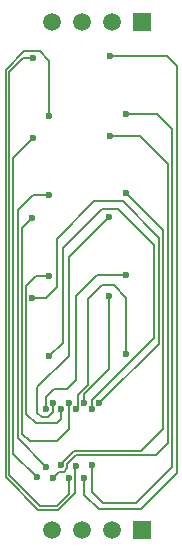
<source format=gbl>
%FSLAX44Y44*%
%MOMM*%
G71*
G01*
G75*
G04 Layer_Physical_Order=2*
G04 Layer_Color=16711680*
%ADD10R,0.8000X0.9000*%
%ADD11C,1.0000*%
%ADD12R,1.0000X0.7250*%
%ADD13R,0.6000X1.3500*%
%ADD14R,0.4000X1.3500*%
%ADD15C,0.5000*%
%ADD16C,0.2000*%
%ADD17C,0.2540*%
%ADD18R,1.5000X1.5000*%
%ADD19C,1.5000*%
%ADD20C,0.6000*%
D16*
X537460Y1111470D02*
X553750Y1127760D01*
X537460Y860700D02*
Y1111470D01*
Y860700D02*
X557420Y840740D01*
X534160Y842460D02*
X560010Y816610D01*
X534160Y842460D02*
Y1184400D01*
X546070Y1196310D01*
X530860Y1185797D02*
X546673Y1201610D01*
X530860Y841093D02*
Y1185797D01*
Y841093D02*
X558643Y813310D01*
X541020Y1066800D02*
X553720Y1079500D01*
X541020Y873760D02*
Y1066800D01*
Y873760D02*
X564920Y849860D01*
X548130Y894590D02*
X556260Y886460D01*
X548130Y894590D02*
Y1002790D01*
X556260Y1010920D01*
X544830Y1051560D02*
X553502Y1060232D01*
X544830Y877570D02*
Y1051560D01*
Y877570D02*
X551180Y871220D01*
X574040Y886460D02*
X577920Y890340D01*
X556260Y886460D02*
X574040D01*
X571420Y896540D02*
Y904160D01*
X566420Y891540D02*
X571420Y896540D01*
X561340Y891540D02*
X566420D01*
X557530Y895350D02*
X561340Y891540D01*
X557530Y895350D02*
Y916940D01*
X584200Y943610D01*
X667170Y1197190D02*
X675640Y1188720D01*
Y844550D02*
Y1188720D01*
X645160Y814070D02*
X675640Y844550D01*
X659130Y1148080D02*
X671830Y1135380D01*
Y849630D02*
Y1135380D01*
X641350Y819150D02*
X671830Y849630D01*
X644310Y1129880D02*
X668020Y1106170D01*
Y869950D02*
Y1106170D01*
X657860Y859790D02*
X668020Y869950D01*
X629920Y1074420D02*
X660910Y1043430D01*
Y953910D02*
Y1043430D01*
X610420Y903420D02*
X660910Y953910D01*
X633240Y1081260D02*
X664210Y1050290D01*
Y881380D02*
Y1050290D01*
X645920Y863090D02*
X664210Y881380D01*
X584200Y943610D02*
Y1027085D01*
X564920Y898930D02*
Y909090D01*
X571500Y915670D01*
X582930D01*
X590550Y923290D01*
X590920Y898790D02*
X592120Y899990D01*
Y910477D01*
X600710Y919067D01*
X597420Y903720D02*
Y911110D01*
X618662Y932352D01*
X603920Y906180D02*
X656590Y958850D01*
Y1037590D01*
X560010Y816610D02*
X574040D01*
X584420Y826990D01*
Y840520D01*
X558643Y813310D02*
X575407D01*
X546070Y1196310D02*
X553750D01*
X546673Y1201610D02*
X560260D01*
X568080Y1193790D01*
Y1146810D02*
Y1193790D01*
X618910Y1197190D02*
X667170D01*
X609600Y814070D02*
X645160D01*
X597420Y826250D02*
X609600Y814070D01*
X597420Y826250D02*
Y840220D01*
X633240Y1148080D02*
X659130D01*
X613410Y819150D02*
X641350D01*
X603920Y828640D02*
X613410Y819150D01*
X603920Y828640D02*
Y850900D01*
X553720Y1079500D02*
X568080D01*
X551180Y871220D02*
X574040D01*
X584420Y881600D01*
Y904020D01*
X556260Y1010920D02*
X567832D01*
X577920Y890340D02*
Y899090D01*
X575407Y813310D02*
X589720Y827623D01*
Y850530D01*
X571420Y840660D02*
X576360Y845600D01*
X580115D01*
X583220Y848705D01*
Y852460D01*
X590550Y859790D01*
X657860D01*
X618910Y1129880D02*
X644310D01*
X589183Y863090D02*
X645920D01*
X577920Y851827D02*
X589183Y863090D01*
X584200Y1027085D02*
X618662Y1061548D01*
X590550Y923290D02*
Y994410D01*
X608330Y1012190D01*
X632992D01*
X618662Y932352D02*
Y994238D01*
X632992Y944880D02*
Y992608D01*
X622300Y1003300D02*
X632992Y992608D01*
X612140Y1003300D02*
X622300D01*
X600710Y991870D02*
X612140Y1003300D01*
X600710Y919067D02*
Y991870D01*
X553502Y992922D02*
X564932D01*
X574040Y1002030D01*
Y1042670D01*
X605790Y1074420D01*
X629920D01*
X603920Y898490D02*
Y906180D01*
X626110Y1068070D02*
X656590Y1037590D01*
X612140Y1068070D02*
X626110D01*
X579120Y1035050D02*
X612140Y1068070D01*
X579120Y954898D02*
Y1035050D01*
X567832Y943610D02*
X579120Y954898D01*
D18*
X646430Y796290D02*
D03*
Y1226185D02*
D03*
D19*
X621030Y796290D02*
D03*
X595630D02*
D03*
X570230D02*
D03*
Y1226185D02*
D03*
X595630D02*
D03*
X621030D02*
D03*
D20*
X553750Y1196310D02*
D03*
X618910Y1197190D02*
D03*
Y1129880D02*
D03*
X553502Y1060232D02*
D03*
X618662Y1061548D02*
D03*
X553502Y992922D02*
D03*
X618662Y994238D02*
D03*
X553750Y1127760D02*
D03*
X568080Y1146810D02*
D03*
X633240Y1148080D02*
D03*
X568080Y1079500D02*
D03*
X633240Y1081260D02*
D03*
X567832Y1010920D02*
D03*
X632992Y1012190D02*
D03*
X567832Y943610D02*
D03*
X632992Y944880D02*
D03*
X571420Y840660D02*
D03*
X584420Y840520D02*
D03*
X597420Y840220D02*
D03*
X564920Y898930D02*
D03*
X571420Y904160D02*
D03*
X577920Y899090D02*
D03*
X584420Y904020D02*
D03*
X590920Y898790D02*
D03*
X597420Y903720D02*
D03*
X603920Y898490D02*
D03*
X610420Y903420D02*
D03*
X557420Y840740D02*
D03*
X577920Y850900D02*
D03*
X590920Y850530D02*
D03*
X603920Y850900D02*
D03*
X564920Y849630D02*
D03*
M02*

</source>
